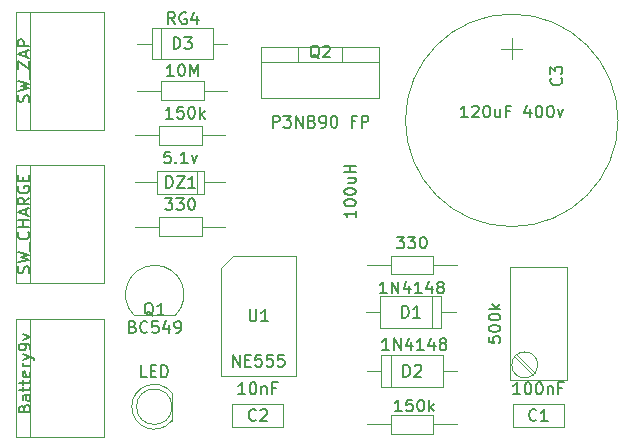
<source format=gbr>
%TF.GenerationSoftware,KiCad,Pcbnew,no-vcs-found-e2d3fce~60~ubuntu14.04.1*%
%TF.CreationDate,2017-09-23T20:08:22-03:00*%
%TF.ProjectId,RFIDZapper,524649445A61707065722E6B69636164,rev?*%
%TF.SameCoordinates,Original*%
%TF.FileFunction,Other,Fab,Top*%
%FSLAX46Y46*%
G04 Gerber Fmt 4.6, Leading zero omitted, Abs format (unit mm)*
G04 Created by KiCad (PCBNEW no-vcs-found-e2d3fce~60~ubuntu14.04.1) date Sat Sep 23 20:08:22 2017*
%MOMM*%
%LPD*%
G01*
G04 APERTURE LIST*
%ADD10C,0.100000*%
%ADD11C,0.150000*%
G04 APERTURE END LIST*
D10*
%TO.C,D3*%
X81404000Y-114956000D02*
X81404000Y-117656000D01*
X81404000Y-117656000D02*
X86604000Y-117656000D01*
X86604000Y-117656000D02*
X86604000Y-114956000D01*
X86604000Y-114956000D02*
X81404000Y-114956000D01*
X80194000Y-116306000D02*
X81404000Y-116306000D01*
X87814000Y-116306000D02*
X86604000Y-116306000D01*
X82184000Y-114956000D02*
X82184000Y-117656000D01*
%TO.C,Q1*%
X79910375Y-139309625D02*
G75*
G02X81664000Y-135076000I1753625J1753625D01*
G01*
X83417625Y-139309625D02*
G75*
G03X81664000Y-135076000I-1753625J1753625D01*
G01*
X79894000Y-139306000D02*
X83394000Y-139306000D01*
%TO.C,R8*%
X87814000Y-120306000D02*
X85804000Y-120306000D01*
X80194000Y-120306000D02*
X82204000Y-120306000D01*
X85804000Y-119506000D02*
X82204000Y-119506000D01*
X85804000Y-121106000D02*
X85804000Y-119506000D01*
X82204000Y-121106000D02*
X85804000Y-121106000D01*
X82204000Y-119506000D02*
X82204000Y-121106000D01*
%TO.C,R3*%
X107264000Y-148556000D02*
X105254000Y-148556000D01*
X99644000Y-148556000D02*
X101654000Y-148556000D01*
X105254000Y-147756000D02*
X101654000Y-147756000D01*
X105254000Y-149356000D02*
X105254000Y-147756000D01*
X101654000Y-149356000D02*
X105254000Y-149356000D01*
X101654000Y-147756000D02*
X101654000Y-149356000D01*
%TO.C,Q2*%
X97534000Y-116556000D02*
X97534000Y-117826000D01*
X93834000Y-116556000D02*
X93834000Y-117826000D01*
X90684000Y-117826000D02*
X100684000Y-117826000D01*
X100684000Y-116556000D02*
X90684000Y-116556000D01*
X100684000Y-120956000D02*
X100684000Y-116556000D01*
X90684000Y-120956000D02*
X100684000Y-120956000D01*
X90684000Y-116556000D02*
X90684000Y-120956000D01*
%TO.C,BT1*%
X77394000Y-149596000D02*
X77394000Y-139596000D01*
X69894000Y-149596000D02*
X77394000Y-149596000D01*
X69894000Y-139596000D02*
X69894000Y-149596000D01*
X77394000Y-139596000D02*
X69894000Y-139596000D01*
X71094000Y-139646000D02*
X71094000Y-149546000D01*
%TO.C,C1*%
X111994000Y-148756000D02*
X116294000Y-148756000D01*
X111994000Y-146856000D02*
X111994000Y-148756000D01*
X116294000Y-146856000D02*
X111994000Y-146856000D01*
X116294000Y-148756000D02*
X116294000Y-146856000D01*
%TO.C,C2*%
X92544000Y-148756000D02*
X92544000Y-146856000D01*
X92544000Y-146856000D02*
X88244000Y-146856000D01*
X88244000Y-146856000D02*
X88244000Y-148756000D01*
X88244000Y-148756000D02*
X92544000Y-148756000D01*
%TO.C,C3*%
X112794000Y-116756000D02*
X110994000Y-116756000D01*
X111894000Y-115856000D02*
X111894000Y-117656000D01*
X120894000Y-122806000D02*
G75*
G03X120894000Y-122806000I-9000000J0D01*
G01*
%TO.C,DL1*%
X83124000Y-148222190D02*
X83124000Y-145889810D01*
X83124000Y-147056000D02*
G75*
G03X83124000Y-147056000I-1500000J0D01*
G01*
X83124555Y-145890524D02*
G75*
G03X83124000Y-148222190I-1500555J-1165476D01*
G01*
%TO.C,R1*%
X107264000Y-135056000D02*
X105254000Y-135056000D01*
X99644000Y-135056000D02*
X101654000Y-135056000D01*
X105254000Y-134256000D02*
X101654000Y-134256000D01*
X105254000Y-135856000D02*
X105254000Y-134256000D01*
X101654000Y-135856000D02*
X105254000Y-135856000D01*
X101654000Y-134256000D02*
X101654000Y-135856000D01*
%TO.C,R2*%
X113824000Y-144208000D02*
X112297000Y-142681000D01*
X113690000Y-144342000D02*
X112163000Y-142815000D01*
X116554000Y-144781000D02*
X116554000Y-135251000D01*
X111724000Y-144781000D02*
X116554000Y-144781000D01*
X111724000Y-135251000D02*
X111724000Y-144781000D01*
X116554000Y-135251000D02*
X111724000Y-135251000D01*
X114089000Y-143511000D02*
G75*
G03X114089000Y-143511000I-1095000J0D01*
G01*
%TO.C,R6*%
X85634000Y-132606000D02*
X85634000Y-131006000D01*
X85634000Y-131006000D02*
X82034000Y-131006000D01*
X82034000Y-131006000D02*
X82034000Y-132606000D01*
X82034000Y-132606000D02*
X85634000Y-132606000D01*
X87644000Y-131806000D02*
X85634000Y-131806000D01*
X80024000Y-131806000D02*
X82034000Y-131806000D01*
%TO.C,R9*%
X80024000Y-124056000D02*
X82034000Y-124056000D01*
X87644000Y-124056000D02*
X85634000Y-124056000D01*
X82034000Y-124856000D02*
X85634000Y-124856000D01*
X82034000Y-123256000D02*
X82034000Y-124856000D01*
X85634000Y-123256000D02*
X82034000Y-123256000D01*
X85634000Y-124856000D02*
X85634000Y-123256000D01*
%TO.C,SW_SPST1*%
X71094000Y-126646000D02*
X71094000Y-136546000D01*
X77394000Y-126596000D02*
X69894000Y-126596000D01*
X69894000Y-126596000D02*
X69894000Y-136596000D01*
X69894000Y-136596000D02*
X77394000Y-136596000D01*
X77394000Y-136596000D02*
X77394000Y-126596000D01*
%TO.C,SW_SPST3*%
X77394000Y-123596000D02*
X77394000Y-113596000D01*
X69894000Y-123596000D02*
X77394000Y-123596000D01*
X69894000Y-113596000D02*
X69894000Y-123596000D01*
X77394000Y-113596000D02*
X69894000Y-113596000D01*
X71094000Y-113646000D02*
X71094000Y-123546000D01*
%TO.C,U1*%
X87279000Y-135286000D02*
X88279000Y-134286000D01*
X87279000Y-144446000D02*
X87279000Y-135286000D01*
X93629000Y-144446000D02*
X87279000Y-144446000D01*
X93629000Y-134286000D02*
X93629000Y-144446000D01*
X88279000Y-134286000D02*
X93629000Y-134286000D01*
%TO.C,D1*%
X105154000Y-140406000D02*
X105154000Y-137706000D01*
X99524000Y-139056000D02*
X100734000Y-139056000D01*
X107144000Y-139056000D02*
X105934000Y-139056000D01*
X100734000Y-140406000D02*
X105934000Y-140406000D01*
X100734000Y-137706000D02*
X100734000Y-140406000D01*
X105934000Y-137706000D02*
X100734000Y-137706000D01*
X105934000Y-140406000D02*
X105934000Y-137706000D01*
%TO.C,D2*%
X101634000Y-142706000D02*
X101634000Y-145406000D01*
X107264000Y-144056000D02*
X106054000Y-144056000D01*
X99644000Y-144056000D02*
X100854000Y-144056000D01*
X106054000Y-142706000D02*
X100854000Y-142706000D01*
X106054000Y-145406000D02*
X106054000Y-142706000D01*
X100854000Y-145406000D02*
X106054000Y-145406000D01*
X100854000Y-142706000D02*
X100854000Y-145406000D01*
%TO.C,DZ1*%
X85234000Y-129056000D02*
X85234000Y-127056000D01*
X80024000Y-128056000D02*
X81834000Y-128056000D01*
X87644000Y-128056000D02*
X85834000Y-128056000D01*
X81834000Y-129056000D02*
X85834000Y-129056000D01*
X81834000Y-127056000D02*
X81834000Y-129056000D01*
X85834000Y-127056000D02*
X81834000Y-127056000D01*
X85834000Y-129056000D02*
X85834000Y-127056000D01*
%TD*%
%TO.C,D3*%
D11*
X83377333Y-114658380D02*
X83044000Y-114182190D01*
X82805904Y-114658380D02*
X82805904Y-113658380D01*
X83186857Y-113658380D01*
X83282095Y-113706000D01*
X83329714Y-113753619D01*
X83377333Y-113848857D01*
X83377333Y-113991714D01*
X83329714Y-114086952D01*
X83282095Y-114134571D01*
X83186857Y-114182190D01*
X82805904Y-114182190D01*
X84329714Y-113706000D02*
X84234476Y-113658380D01*
X84091619Y-113658380D01*
X83948761Y-113706000D01*
X83853523Y-113801238D01*
X83805904Y-113896476D01*
X83758285Y-114086952D01*
X83758285Y-114229809D01*
X83805904Y-114420285D01*
X83853523Y-114515523D01*
X83948761Y-114610761D01*
X84091619Y-114658380D01*
X84186857Y-114658380D01*
X84329714Y-114610761D01*
X84377333Y-114563142D01*
X84377333Y-114229809D01*
X84186857Y-114229809D01*
X85234476Y-113991714D02*
X85234476Y-114658380D01*
X84996380Y-113610761D02*
X84758285Y-114325047D01*
X85377333Y-114325047D01*
X83265904Y-116758380D02*
X83265904Y-115758380D01*
X83504000Y-115758380D01*
X83646857Y-115806000D01*
X83742095Y-115901238D01*
X83789714Y-115996476D01*
X83837333Y-116186952D01*
X83837333Y-116329809D01*
X83789714Y-116520285D01*
X83742095Y-116615523D01*
X83646857Y-116710761D01*
X83504000Y-116758380D01*
X83265904Y-116758380D01*
X84170666Y-115758380D02*
X84789714Y-115758380D01*
X84456380Y-116139333D01*
X84599238Y-116139333D01*
X84694476Y-116186952D01*
X84742095Y-116234571D01*
X84789714Y-116329809D01*
X84789714Y-116567904D01*
X84742095Y-116663142D01*
X84694476Y-116710761D01*
X84599238Y-116758380D01*
X84313523Y-116758380D01*
X84218285Y-116710761D01*
X84170666Y-116663142D01*
%TO.C,Q1*%
X79806857Y-140274571D02*
X79949714Y-140322190D01*
X79997333Y-140369809D01*
X80044952Y-140465047D01*
X80044952Y-140607904D01*
X79997333Y-140703142D01*
X79949714Y-140750761D01*
X79854476Y-140798380D01*
X79473523Y-140798380D01*
X79473523Y-139798380D01*
X79806857Y-139798380D01*
X79902095Y-139846000D01*
X79949714Y-139893619D01*
X79997333Y-139988857D01*
X79997333Y-140084095D01*
X79949714Y-140179333D01*
X79902095Y-140226952D01*
X79806857Y-140274571D01*
X79473523Y-140274571D01*
X81044952Y-140703142D02*
X80997333Y-140750761D01*
X80854476Y-140798380D01*
X80759238Y-140798380D01*
X80616380Y-140750761D01*
X80521142Y-140655523D01*
X80473523Y-140560285D01*
X80425904Y-140369809D01*
X80425904Y-140226952D01*
X80473523Y-140036476D01*
X80521142Y-139941238D01*
X80616380Y-139846000D01*
X80759238Y-139798380D01*
X80854476Y-139798380D01*
X80997333Y-139846000D01*
X81044952Y-139893619D01*
X81949714Y-139798380D02*
X81473523Y-139798380D01*
X81425904Y-140274571D01*
X81473523Y-140226952D01*
X81568761Y-140179333D01*
X81806857Y-140179333D01*
X81902095Y-140226952D01*
X81949714Y-140274571D01*
X81997333Y-140369809D01*
X81997333Y-140607904D01*
X81949714Y-140703142D01*
X81902095Y-140750761D01*
X81806857Y-140798380D01*
X81568761Y-140798380D01*
X81473523Y-140750761D01*
X81425904Y-140703142D01*
X82854476Y-140131714D02*
X82854476Y-140798380D01*
X82616380Y-139750761D02*
X82378285Y-140465047D01*
X82997333Y-140465047D01*
X83425904Y-140798380D02*
X83616380Y-140798380D01*
X83711619Y-140750761D01*
X83759238Y-140703142D01*
X83854476Y-140560285D01*
X83902095Y-140369809D01*
X83902095Y-139988857D01*
X83854476Y-139893619D01*
X83806857Y-139846000D01*
X83711619Y-139798380D01*
X83521142Y-139798380D01*
X83425904Y-139846000D01*
X83378285Y-139893619D01*
X83330666Y-139988857D01*
X83330666Y-140226952D01*
X83378285Y-140322190D01*
X83425904Y-140369809D01*
X83521142Y-140417428D01*
X83711619Y-140417428D01*
X83806857Y-140369809D01*
X83854476Y-140322190D01*
X83902095Y-140226952D01*
X81548761Y-139353619D02*
X81453523Y-139306000D01*
X81358285Y-139210761D01*
X81215428Y-139067904D01*
X81120190Y-139020285D01*
X81024952Y-139020285D01*
X81072571Y-139258380D02*
X80977333Y-139210761D01*
X80882095Y-139115523D01*
X80834476Y-138925047D01*
X80834476Y-138591714D01*
X80882095Y-138401238D01*
X80977333Y-138306000D01*
X81072571Y-138258380D01*
X81263047Y-138258380D01*
X81358285Y-138306000D01*
X81453523Y-138401238D01*
X81501142Y-138591714D01*
X81501142Y-138925047D01*
X81453523Y-139115523D01*
X81358285Y-139210761D01*
X81263047Y-139258380D01*
X81072571Y-139258380D01*
X82453523Y-139258380D02*
X81882095Y-139258380D01*
X82167809Y-139258380D02*
X82167809Y-138258380D01*
X82072571Y-138401238D01*
X81977333Y-138496476D01*
X81882095Y-138544095D01*
%TO.C,R8*%
X83282095Y-119058380D02*
X82710666Y-119058380D01*
X82996380Y-119058380D02*
X82996380Y-118058380D01*
X82901142Y-118201238D01*
X82805904Y-118296476D01*
X82710666Y-118344095D01*
X83901142Y-118058380D02*
X83996380Y-118058380D01*
X84091619Y-118106000D01*
X84139238Y-118153619D01*
X84186857Y-118248857D01*
X84234476Y-118439333D01*
X84234476Y-118677428D01*
X84186857Y-118867904D01*
X84139238Y-118963142D01*
X84091619Y-119010761D01*
X83996380Y-119058380D01*
X83901142Y-119058380D01*
X83805904Y-119010761D01*
X83758285Y-118963142D01*
X83710666Y-118867904D01*
X83663047Y-118677428D01*
X83663047Y-118439333D01*
X83710666Y-118248857D01*
X83758285Y-118153619D01*
X83805904Y-118106000D01*
X83901142Y-118058380D01*
X84663047Y-119058380D02*
X84663047Y-118058380D01*
X84996380Y-118772666D01*
X85329714Y-118058380D01*
X85329714Y-119058380D01*
%TO.C,R3*%
X102572571Y-147458380D02*
X102001142Y-147458380D01*
X102286857Y-147458380D02*
X102286857Y-146458380D01*
X102191619Y-146601238D01*
X102096380Y-146696476D01*
X102001142Y-146744095D01*
X103477333Y-146458380D02*
X103001142Y-146458380D01*
X102953523Y-146934571D01*
X103001142Y-146886952D01*
X103096380Y-146839333D01*
X103334476Y-146839333D01*
X103429714Y-146886952D01*
X103477333Y-146934571D01*
X103524952Y-147029809D01*
X103524952Y-147267904D01*
X103477333Y-147363142D01*
X103429714Y-147410761D01*
X103334476Y-147458380D01*
X103096380Y-147458380D01*
X103001142Y-147410761D01*
X102953523Y-147363142D01*
X104144000Y-146458380D02*
X104239238Y-146458380D01*
X104334476Y-146506000D01*
X104382095Y-146553619D01*
X104429714Y-146648857D01*
X104477333Y-146839333D01*
X104477333Y-147077428D01*
X104429714Y-147267904D01*
X104382095Y-147363142D01*
X104334476Y-147410761D01*
X104239238Y-147458380D01*
X104144000Y-147458380D01*
X104048761Y-147410761D01*
X104001142Y-147363142D01*
X103953523Y-147267904D01*
X103905904Y-147077428D01*
X103905904Y-146839333D01*
X103953523Y-146648857D01*
X104001142Y-146553619D01*
X104048761Y-146506000D01*
X104144000Y-146458380D01*
X104905904Y-147458380D02*
X104905904Y-146458380D01*
X105001142Y-147077428D02*
X105286857Y-147458380D01*
X105286857Y-146791714D02*
X104905904Y-147172666D01*
%TO.C,Q2*%
X91660190Y-123428380D02*
X91660190Y-122428380D01*
X92041142Y-122428380D01*
X92136380Y-122476000D01*
X92184000Y-122523619D01*
X92231619Y-122618857D01*
X92231619Y-122761714D01*
X92184000Y-122856952D01*
X92136380Y-122904571D01*
X92041142Y-122952190D01*
X91660190Y-122952190D01*
X92564952Y-122428380D02*
X93184000Y-122428380D01*
X92850666Y-122809333D01*
X92993523Y-122809333D01*
X93088761Y-122856952D01*
X93136380Y-122904571D01*
X93184000Y-122999809D01*
X93184000Y-123237904D01*
X93136380Y-123333142D01*
X93088761Y-123380761D01*
X92993523Y-123428380D01*
X92707809Y-123428380D01*
X92612571Y-123380761D01*
X92564952Y-123333142D01*
X93612571Y-123428380D02*
X93612571Y-122428380D01*
X94184000Y-123428380D01*
X94184000Y-122428380D01*
X94993523Y-122904571D02*
X95136380Y-122952190D01*
X95184000Y-122999809D01*
X95231619Y-123095047D01*
X95231619Y-123237904D01*
X95184000Y-123333142D01*
X95136380Y-123380761D01*
X95041142Y-123428380D01*
X94660190Y-123428380D01*
X94660190Y-122428380D01*
X94993523Y-122428380D01*
X95088761Y-122476000D01*
X95136380Y-122523619D01*
X95184000Y-122618857D01*
X95184000Y-122714095D01*
X95136380Y-122809333D01*
X95088761Y-122856952D01*
X94993523Y-122904571D01*
X94660190Y-122904571D01*
X95707809Y-123428380D02*
X95898285Y-123428380D01*
X95993523Y-123380761D01*
X96041142Y-123333142D01*
X96136380Y-123190285D01*
X96184000Y-122999809D01*
X96184000Y-122618857D01*
X96136380Y-122523619D01*
X96088761Y-122476000D01*
X95993523Y-122428380D01*
X95803047Y-122428380D01*
X95707809Y-122476000D01*
X95660190Y-122523619D01*
X95612571Y-122618857D01*
X95612571Y-122856952D01*
X95660190Y-122952190D01*
X95707809Y-122999809D01*
X95803047Y-123047428D01*
X95993523Y-123047428D01*
X96088761Y-122999809D01*
X96136380Y-122952190D01*
X96184000Y-122856952D01*
X96803047Y-122428380D02*
X96898285Y-122428380D01*
X96993523Y-122476000D01*
X97041142Y-122523619D01*
X97088761Y-122618857D01*
X97136380Y-122809333D01*
X97136380Y-123047428D01*
X97088761Y-123237904D01*
X97041142Y-123333142D01*
X96993523Y-123380761D01*
X96898285Y-123428380D01*
X96803047Y-123428380D01*
X96707809Y-123380761D01*
X96660190Y-123333142D01*
X96612571Y-123237904D01*
X96564952Y-123047428D01*
X96564952Y-122809333D01*
X96612571Y-122618857D01*
X96660190Y-122523619D01*
X96707809Y-122476000D01*
X96803047Y-122428380D01*
X98660190Y-122904571D02*
X98326857Y-122904571D01*
X98326857Y-123428380D02*
X98326857Y-122428380D01*
X98803047Y-122428380D01*
X99184000Y-123428380D02*
X99184000Y-122428380D01*
X99564952Y-122428380D01*
X99660190Y-122476000D01*
X99707809Y-122523619D01*
X99755428Y-122618857D01*
X99755428Y-122761714D01*
X99707809Y-122856952D01*
X99660190Y-122904571D01*
X99564952Y-122952190D01*
X99184000Y-122952190D01*
X95588761Y-117571619D02*
X95493523Y-117524000D01*
X95398285Y-117428761D01*
X95255428Y-117285904D01*
X95160190Y-117238285D01*
X95064952Y-117238285D01*
X95112571Y-117476380D02*
X95017333Y-117428761D01*
X94922095Y-117333523D01*
X94874476Y-117143047D01*
X94874476Y-116809714D01*
X94922095Y-116619238D01*
X95017333Y-116524000D01*
X95112571Y-116476380D01*
X95303047Y-116476380D01*
X95398285Y-116524000D01*
X95493523Y-116619238D01*
X95541142Y-116809714D01*
X95541142Y-117143047D01*
X95493523Y-117333523D01*
X95398285Y-117428761D01*
X95303047Y-117476380D01*
X95112571Y-117476380D01*
X95922095Y-116571619D02*
X95969714Y-116524000D01*
X96064952Y-116476380D01*
X96303047Y-116476380D01*
X96398285Y-116524000D01*
X96445904Y-116571619D01*
X96493523Y-116666857D01*
X96493523Y-116762095D01*
X96445904Y-116904952D01*
X95874476Y-117476380D01*
X96493523Y-117476380D01*
%TO.C,BT1*%
X70618071Y-147183570D02*
X70665690Y-147040713D01*
X70713309Y-146993094D01*
X70808547Y-146945475D01*
X70951404Y-146945475D01*
X71046642Y-146993094D01*
X71094261Y-147040713D01*
X71141880Y-147135951D01*
X71141880Y-147516903D01*
X70141880Y-147516903D01*
X70141880Y-147183570D01*
X70189500Y-147088332D01*
X70237119Y-147040713D01*
X70332357Y-146993094D01*
X70427595Y-146993094D01*
X70522833Y-147040713D01*
X70570452Y-147088332D01*
X70618071Y-147183570D01*
X70618071Y-147516903D01*
X71141880Y-146088332D02*
X70618071Y-146088332D01*
X70522833Y-146135951D01*
X70475214Y-146231189D01*
X70475214Y-146421665D01*
X70522833Y-146516903D01*
X71094261Y-146088332D02*
X71141880Y-146183570D01*
X71141880Y-146421665D01*
X71094261Y-146516903D01*
X70999023Y-146564522D01*
X70903785Y-146564522D01*
X70808547Y-146516903D01*
X70760928Y-146421665D01*
X70760928Y-146183570D01*
X70713309Y-146088332D01*
X70475214Y-145754999D02*
X70475214Y-145374046D01*
X70141880Y-145612141D02*
X70999023Y-145612141D01*
X71094261Y-145564522D01*
X71141880Y-145469284D01*
X71141880Y-145374046D01*
X70475214Y-145183570D02*
X70475214Y-144802618D01*
X70141880Y-145040713D02*
X70999023Y-145040713D01*
X71094261Y-144993094D01*
X71141880Y-144897856D01*
X71141880Y-144802618D01*
X71094261Y-144088332D02*
X71141880Y-144183570D01*
X71141880Y-144374046D01*
X71094261Y-144469284D01*
X70999023Y-144516903D01*
X70618071Y-144516903D01*
X70522833Y-144469284D01*
X70475214Y-144374046D01*
X70475214Y-144183570D01*
X70522833Y-144088332D01*
X70618071Y-144040713D01*
X70713309Y-144040713D01*
X70808547Y-144516903D01*
X71141880Y-143612141D02*
X70475214Y-143612141D01*
X70665690Y-143612141D02*
X70570452Y-143564522D01*
X70522833Y-143516903D01*
X70475214Y-143421665D01*
X70475214Y-143326427D01*
X70475214Y-143088332D02*
X71141880Y-142850237D01*
X70475214Y-142612141D02*
X71141880Y-142850237D01*
X71379976Y-142945475D01*
X71427595Y-142993094D01*
X71475214Y-143088332D01*
X71141880Y-142183570D02*
X71141880Y-141993094D01*
X71094261Y-141897856D01*
X71046642Y-141850237D01*
X70903785Y-141754999D01*
X70713309Y-141707379D01*
X70332357Y-141707379D01*
X70237119Y-141754999D01*
X70189500Y-141802618D01*
X70141880Y-141897856D01*
X70141880Y-142088332D01*
X70189500Y-142183570D01*
X70237119Y-142231189D01*
X70332357Y-142278808D01*
X70570452Y-142278808D01*
X70665690Y-142231189D01*
X70713309Y-142183570D01*
X70760928Y-142088332D01*
X70760928Y-141897856D01*
X70713309Y-141802618D01*
X70665690Y-141754999D01*
X70570452Y-141707379D01*
X70475214Y-141374046D02*
X71141880Y-141135951D01*
X70475214Y-140897856D01*
%TO.C,C1*%
X112596380Y-145998380D02*
X112024952Y-145998380D01*
X112310666Y-145998380D02*
X112310666Y-144998380D01*
X112215428Y-145141238D01*
X112120190Y-145236476D01*
X112024952Y-145284095D01*
X113215428Y-144998380D02*
X113310666Y-144998380D01*
X113405904Y-145046000D01*
X113453523Y-145093619D01*
X113501142Y-145188857D01*
X113548761Y-145379333D01*
X113548761Y-145617428D01*
X113501142Y-145807904D01*
X113453523Y-145903142D01*
X113405904Y-145950761D01*
X113310666Y-145998380D01*
X113215428Y-145998380D01*
X113120190Y-145950761D01*
X113072571Y-145903142D01*
X113024952Y-145807904D01*
X112977333Y-145617428D01*
X112977333Y-145379333D01*
X113024952Y-145188857D01*
X113072571Y-145093619D01*
X113120190Y-145046000D01*
X113215428Y-144998380D01*
X114167809Y-144998380D02*
X114263047Y-144998380D01*
X114358285Y-145046000D01*
X114405904Y-145093619D01*
X114453523Y-145188857D01*
X114501142Y-145379333D01*
X114501142Y-145617428D01*
X114453523Y-145807904D01*
X114405904Y-145903142D01*
X114358285Y-145950761D01*
X114263047Y-145998380D01*
X114167809Y-145998380D01*
X114072571Y-145950761D01*
X114024952Y-145903142D01*
X113977333Y-145807904D01*
X113929714Y-145617428D01*
X113929714Y-145379333D01*
X113977333Y-145188857D01*
X114024952Y-145093619D01*
X114072571Y-145046000D01*
X114167809Y-144998380D01*
X114929714Y-145331714D02*
X114929714Y-145998380D01*
X114929714Y-145426952D02*
X114977333Y-145379333D01*
X115072571Y-145331714D01*
X115215428Y-145331714D01*
X115310666Y-145379333D01*
X115358285Y-145474571D01*
X115358285Y-145998380D01*
X116167809Y-145474571D02*
X115834476Y-145474571D01*
X115834476Y-145998380D02*
X115834476Y-144998380D01*
X116310666Y-144998380D01*
X113977333Y-148163142D02*
X113929714Y-148210761D01*
X113786857Y-148258380D01*
X113691619Y-148258380D01*
X113548761Y-148210761D01*
X113453523Y-148115523D01*
X113405904Y-148020285D01*
X113358285Y-147829809D01*
X113358285Y-147686952D01*
X113405904Y-147496476D01*
X113453523Y-147401238D01*
X113548761Y-147306000D01*
X113691619Y-147258380D01*
X113786857Y-147258380D01*
X113929714Y-147306000D01*
X113977333Y-147353619D01*
X114929714Y-148258380D02*
X114358285Y-148258380D01*
X114644000Y-148258380D02*
X114644000Y-147258380D01*
X114548761Y-147401238D01*
X114453523Y-147496476D01*
X114358285Y-147544095D01*
%TO.C,C2*%
X89322571Y-145998380D02*
X88751142Y-145998380D01*
X89036857Y-145998380D02*
X89036857Y-144998380D01*
X88941619Y-145141238D01*
X88846380Y-145236476D01*
X88751142Y-145284095D01*
X89941619Y-144998380D02*
X90036857Y-144998380D01*
X90132095Y-145046000D01*
X90179714Y-145093619D01*
X90227333Y-145188857D01*
X90274952Y-145379333D01*
X90274952Y-145617428D01*
X90227333Y-145807904D01*
X90179714Y-145903142D01*
X90132095Y-145950761D01*
X90036857Y-145998380D01*
X89941619Y-145998380D01*
X89846380Y-145950761D01*
X89798761Y-145903142D01*
X89751142Y-145807904D01*
X89703523Y-145617428D01*
X89703523Y-145379333D01*
X89751142Y-145188857D01*
X89798761Y-145093619D01*
X89846380Y-145046000D01*
X89941619Y-144998380D01*
X90703523Y-145331714D02*
X90703523Y-145998380D01*
X90703523Y-145426952D02*
X90751142Y-145379333D01*
X90846380Y-145331714D01*
X90989238Y-145331714D01*
X91084476Y-145379333D01*
X91132095Y-145474571D01*
X91132095Y-145998380D01*
X91941619Y-145474571D02*
X91608285Y-145474571D01*
X91608285Y-145998380D02*
X91608285Y-144998380D01*
X92084476Y-144998380D01*
X90227333Y-148163142D02*
X90179714Y-148210761D01*
X90036857Y-148258380D01*
X89941619Y-148258380D01*
X89798761Y-148210761D01*
X89703523Y-148115523D01*
X89655904Y-148020285D01*
X89608285Y-147829809D01*
X89608285Y-147686952D01*
X89655904Y-147496476D01*
X89703523Y-147401238D01*
X89798761Y-147306000D01*
X89941619Y-147258380D01*
X90036857Y-147258380D01*
X90179714Y-147306000D01*
X90227333Y-147353619D01*
X90608285Y-147353619D02*
X90655904Y-147306000D01*
X90751142Y-147258380D01*
X90989238Y-147258380D01*
X91084476Y-147306000D01*
X91132095Y-147353619D01*
X91179714Y-147448857D01*
X91179714Y-147544095D01*
X91132095Y-147686952D01*
X90560666Y-148258380D01*
X91179714Y-148258380D01*
%TO.C,C3*%
X108155904Y-122556380D02*
X107584476Y-122556380D01*
X107870190Y-122556380D02*
X107870190Y-121556380D01*
X107774952Y-121699238D01*
X107679714Y-121794476D01*
X107584476Y-121842095D01*
X108536857Y-121651619D02*
X108584476Y-121604000D01*
X108679714Y-121556380D01*
X108917809Y-121556380D01*
X109013047Y-121604000D01*
X109060666Y-121651619D01*
X109108285Y-121746857D01*
X109108285Y-121842095D01*
X109060666Y-121984952D01*
X108489238Y-122556380D01*
X109108285Y-122556380D01*
X109727333Y-121556380D02*
X109822571Y-121556380D01*
X109917809Y-121604000D01*
X109965428Y-121651619D01*
X110013047Y-121746857D01*
X110060666Y-121937333D01*
X110060666Y-122175428D01*
X110013047Y-122365904D01*
X109965428Y-122461142D01*
X109917809Y-122508761D01*
X109822571Y-122556380D01*
X109727333Y-122556380D01*
X109632095Y-122508761D01*
X109584476Y-122461142D01*
X109536857Y-122365904D01*
X109489238Y-122175428D01*
X109489238Y-121937333D01*
X109536857Y-121746857D01*
X109584476Y-121651619D01*
X109632095Y-121604000D01*
X109727333Y-121556380D01*
X110917809Y-121889714D02*
X110917809Y-122556380D01*
X110489238Y-121889714D02*
X110489238Y-122413523D01*
X110536857Y-122508761D01*
X110632095Y-122556380D01*
X110774952Y-122556380D01*
X110870190Y-122508761D01*
X110917809Y-122461142D01*
X111727333Y-122032571D02*
X111394000Y-122032571D01*
X111394000Y-122556380D02*
X111394000Y-121556380D01*
X111870190Y-121556380D01*
X113441619Y-121889714D02*
X113441619Y-122556380D01*
X113203523Y-121508761D02*
X112965428Y-122223047D01*
X113584476Y-122223047D01*
X114155904Y-121556380D02*
X114251142Y-121556380D01*
X114346380Y-121604000D01*
X114394000Y-121651619D01*
X114441619Y-121746857D01*
X114489238Y-121937333D01*
X114489238Y-122175428D01*
X114441619Y-122365904D01*
X114394000Y-122461142D01*
X114346380Y-122508761D01*
X114251142Y-122556380D01*
X114155904Y-122556380D01*
X114060666Y-122508761D01*
X114013047Y-122461142D01*
X113965428Y-122365904D01*
X113917809Y-122175428D01*
X113917809Y-121937333D01*
X113965428Y-121746857D01*
X114013047Y-121651619D01*
X114060666Y-121604000D01*
X114155904Y-121556380D01*
X115108285Y-121556380D02*
X115203523Y-121556380D01*
X115298761Y-121604000D01*
X115346380Y-121651619D01*
X115394000Y-121746857D01*
X115441619Y-121937333D01*
X115441619Y-122175428D01*
X115394000Y-122365904D01*
X115346380Y-122461142D01*
X115298761Y-122508761D01*
X115203523Y-122556380D01*
X115108285Y-122556380D01*
X115013047Y-122508761D01*
X114965428Y-122461142D01*
X114917809Y-122365904D01*
X114870190Y-122175428D01*
X114870190Y-121937333D01*
X114917809Y-121746857D01*
X114965428Y-121651619D01*
X115013047Y-121604000D01*
X115108285Y-121556380D01*
X115774952Y-121889714D02*
X116013047Y-122556380D01*
X116251142Y-121889714D01*
X116061142Y-119222666D02*
X116108761Y-119270285D01*
X116156380Y-119413142D01*
X116156380Y-119508380D01*
X116108761Y-119651238D01*
X116013523Y-119746476D01*
X115918285Y-119794095D01*
X115727809Y-119841714D01*
X115584952Y-119841714D01*
X115394476Y-119794095D01*
X115299238Y-119746476D01*
X115204000Y-119651238D01*
X115156380Y-119508380D01*
X115156380Y-119413142D01*
X115204000Y-119270285D01*
X115251619Y-119222666D01*
X115156380Y-118889333D02*
X115156380Y-118270285D01*
X115537333Y-118603619D01*
X115537333Y-118460761D01*
X115584952Y-118365523D01*
X115632571Y-118317904D01*
X115727809Y-118270285D01*
X115965904Y-118270285D01*
X116061142Y-118317904D01*
X116108761Y-118365523D01*
X116156380Y-118460761D01*
X116156380Y-118746476D01*
X116108761Y-118841714D01*
X116061142Y-118889333D01*
%TO.C,DL1*%
X80981142Y-144548380D02*
X80504952Y-144548380D01*
X80504952Y-143548380D01*
X81314476Y-144024571D02*
X81647809Y-144024571D01*
X81790666Y-144548380D02*
X81314476Y-144548380D01*
X81314476Y-143548380D01*
X81790666Y-143548380D01*
X82219238Y-144548380D02*
X82219238Y-143548380D01*
X82457333Y-143548380D01*
X82600190Y-143596000D01*
X82695428Y-143691238D01*
X82743047Y-143786476D01*
X82790666Y-143976952D01*
X82790666Y-144119809D01*
X82743047Y-144310285D01*
X82695428Y-144405523D01*
X82600190Y-144500761D01*
X82457333Y-144548380D01*
X82219238Y-144548380D01*
%TO.C,L1*%
X98696380Y-130448857D02*
X98696380Y-131020285D01*
X98696380Y-130734571D02*
X97696380Y-130734571D01*
X97839238Y-130829809D01*
X97934476Y-130925047D01*
X97982095Y-131020285D01*
X97696380Y-129829809D02*
X97696380Y-129734571D01*
X97744000Y-129639333D01*
X97791619Y-129591714D01*
X97886857Y-129544095D01*
X98077333Y-129496476D01*
X98315428Y-129496476D01*
X98505904Y-129544095D01*
X98601142Y-129591714D01*
X98648761Y-129639333D01*
X98696380Y-129734571D01*
X98696380Y-129829809D01*
X98648761Y-129925047D01*
X98601142Y-129972666D01*
X98505904Y-130020285D01*
X98315428Y-130067904D01*
X98077333Y-130067904D01*
X97886857Y-130020285D01*
X97791619Y-129972666D01*
X97744000Y-129925047D01*
X97696380Y-129829809D01*
X97696380Y-128877428D02*
X97696380Y-128782190D01*
X97744000Y-128686952D01*
X97791619Y-128639333D01*
X97886857Y-128591714D01*
X98077333Y-128544095D01*
X98315428Y-128544095D01*
X98505904Y-128591714D01*
X98601142Y-128639333D01*
X98648761Y-128686952D01*
X98696380Y-128782190D01*
X98696380Y-128877428D01*
X98648761Y-128972666D01*
X98601142Y-129020285D01*
X98505904Y-129067904D01*
X98315428Y-129115523D01*
X98077333Y-129115523D01*
X97886857Y-129067904D01*
X97791619Y-129020285D01*
X97744000Y-128972666D01*
X97696380Y-128877428D01*
X98029714Y-127686952D02*
X98696380Y-127686952D01*
X98029714Y-128115523D02*
X98553523Y-128115523D01*
X98648761Y-128067904D01*
X98696380Y-127972666D01*
X98696380Y-127829809D01*
X98648761Y-127734571D01*
X98601142Y-127686952D01*
X98696380Y-127210761D02*
X97696380Y-127210761D01*
X98172571Y-127210761D02*
X98172571Y-126639333D01*
X98696380Y-126639333D02*
X97696380Y-126639333D01*
%TO.C,R1*%
X102158285Y-132658380D02*
X102777333Y-132658380D01*
X102444000Y-133039333D01*
X102586857Y-133039333D01*
X102682095Y-133086952D01*
X102729714Y-133134571D01*
X102777333Y-133229809D01*
X102777333Y-133467904D01*
X102729714Y-133563142D01*
X102682095Y-133610761D01*
X102586857Y-133658380D01*
X102301142Y-133658380D01*
X102205904Y-133610761D01*
X102158285Y-133563142D01*
X103110666Y-132658380D02*
X103729714Y-132658380D01*
X103396380Y-133039333D01*
X103539238Y-133039333D01*
X103634476Y-133086952D01*
X103682095Y-133134571D01*
X103729714Y-133229809D01*
X103729714Y-133467904D01*
X103682095Y-133563142D01*
X103634476Y-133610761D01*
X103539238Y-133658380D01*
X103253523Y-133658380D01*
X103158285Y-133610761D01*
X103110666Y-133563142D01*
X104348761Y-132658380D02*
X104444000Y-132658380D01*
X104539238Y-132706000D01*
X104586857Y-132753619D01*
X104634476Y-132848857D01*
X104682095Y-133039333D01*
X104682095Y-133277428D01*
X104634476Y-133467904D01*
X104586857Y-133563142D01*
X104539238Y-133610761D01*
X104444000Y-133658380D01*
X104348761Y-133658380D01*
X104253523Y-133610761D01*
X104205904Y-133563142D01*
X104158285Y-133467904D01*
X104110666Y-133277428D01*
X104110666Y-133039333D01*
X104158285Y-132848857D01*
X104205904Y-132753619D01*
X104253523Y-132706000D01*
X104348761Y-132658380D01*
%TO.C,R2*%
X109926380Y-141135047D02*
X109926380Y-141611238D01*
X110402571Y-141658857D01*
X110354952Y-141611238D01*
X110307333Y-141516000D01*
X110307333Y-141277904D01*
X110354952Y-141182666D01*
X110402571Y-141135047D01*
X110497809Y-141087428D01*
X110735904Y-141087428D01*
X110831142Y-141135047D01*
X110878761Y-141182666D01*
X110926380Y-141277904D01*
X110926380Y-141516000D01*
X110878761Y-141611238D01*
X110831142Y-141658857D01*
X109926380Y-140468380D02*
X109926380Y-140373142D01*
X109974000Y-140277904D01*
X110021619Y-140230285D01*
X110116857Y-140182666D01*
X110307333Y-140135047D01*
X110545428Y-140135047D01*
X110735904Y-140182666D01*
X110831142Y-140230285D01*
X110878761Y-140277904D01*
X110926380Y-140373142D01*
X110926380Y-140468380D01*
X110878761Y-140563619D01*
X110831142Y-140611238D01*
X110735904Y-140658857D01*
X110545428Y-140706476D01*
X110307333Y-140706476D01*
X110116857Y-140658857D01*
X110021619Y-140611238D01*
X109974000Y-140563619D01*
X109926380Y-140468380D01*
X109926380Y-139516000D02*
X109926380Y-139420761D01*
X109974000Y-139325523D01*
X110021619Y-139277904D01*
X110116857Y-139230285D01*
X110307333Y-139182666D01*
X110545428Y-139182666D01*
X110735904Y-139230285D01*
X110831142Y-139277904D01*
X110878761Y-139325523D01*
X110926380Y-139420761D01*
X110926380Y-139516000D01*
X110878761Y-139611238D01*
X110831142Y-139658857D01*
X110735904Y-139706476D01*
X110545428Y-139754095D01*
X110307333Y-139754095D01*
X110116857Y-139706476D01*
X110021619Y-139658857D01*
X109974000Y-139611238D01*
X109926380Y-139516000D01*
X110926380Y-138754095D02*
X109926380Y-138754095D01*
X110545428Y-138658857D02*
X110926380Y-138373142D01*
X110259714Y-138373142D02*
X110640666Y-138754095D01*
%TO.C,R6*%
X82548285Y-129398380D02*
X83167333Y-129398380D01*
X82834000Y-129779333D01*
X82976857Y-129779333D01*
X83072095Y-129826952D01*
X83119714Y-129874571D01*
X83167333Y-129969809D01*
X83167333Y-130207904D01*
X83119714Y-130303142D01*
X83072095Y-130350761D01*
X82976857Y-130398380D01*
X82691142Y-130398380D01*
X82595904Y-130350761D01*
X82548285Y-130303142D01*
X83500666Y-129398380D02*
X84119714Y-129398380D01*
X83786380Y-129779333D01*
X83929238Y-129779333D01*
X84024476Y-129826952D01*
X84072095Y-129874571D01*
X84119714Y-129969809D01*
X84119714Y-130207904D01*
X84072095Y-130303142D01*
X84024476Y-130350761D01*
X83929238Y-130398380D01*
X83643523Y-130398380D01*
X83548285Y-130350761D01*
X83500666Y-130303142D01*
X84738761Y-129398380D02*
X84834000Y-129398380D01*
X84929238Y-129446000D01*
X84976857Y-129493619D01*
X85024476Y-129588857D01*
X85072095Y-129779333D01*
X85072095Y-130017428D01*
X85024476Y-130207904D01*
X84976857Y-130303142D01*
X84929238Y-130350761D01*
X84834000Y-130398380D01*
X84738761Y-130398380D01*
X84643523Y-130350761D01*
X84595904Y-130303142D01*
X84548285Y-130207904D01*
X84500666Y-130017428D01*
X84500666Y-129779333D01*
X84548285Y-129588857D01*
X84595904Y-129493619D01*
X84643523Y-129446000D01*
X84738761Y-129398380D01*
%TO.C,R9*%
X83172571Y-122658380D02*
X82601142Y-122658380D01*
X82886857Y-122658380D02*
X82886857Y-121658380D01*
X82791619Y-121801238D01*
X82696380Y-121896476D01*
X82601142Y-121944095D01*
X84077333Y-121658380D02*
X83601142Y-121658380D01*
X83553523Y-122134571D01*
X83601142Y-122086952D01*
X83696380Y-122039333D01*
X83934476Y-122039333D01*
X84029714Y-122086952D01*
X84077333Y-122134571D01*
X84124952Y-122229809D01*
X84124952Y-122467904D01*
X84077333Y-122563142D01*
X84029714Y-122610761D01*
X83934476Y-122658380D01*
X83696380Y-122658380D01*
X83601142Y-122610761D01*
X83553523Y-122563142D01*
X84744000Y-121658380D02*
X84839238Y-121658380D01*
X84934476Y-121706000D01*
X84982095Y-121753619D01*
X85029714Y-121848857D01*
X85077333Y-122039333D01*
X85077333Y-122277428D01*
X85029714Y-122467904D01*
X84982095Y-122563142D01*
X84934476Y-122610761D01*
X84839238Y-122658380D01*
X84744000Y-122658380D01*
X84648761Y-122610761D01*
X84601142Y-122563142D01*
X84553523Y-122467904D01*
X84505904Y-122277428D01*
X84505904Y-122039333D01*
X84553523Y-121848857D01*
X84601142Y-121753619D01*
X84648761Y-121706000D01*
X84744000Y-121658380D01*
X85505904Y-122658380D02*
X85505904Y-121658380D01*
X85601142Y-122277428D02*
X85886857Y-122658380D01*
X85886857Y-121991714D02*
X85505904Y-122372666D01*
%TO.C,SW_SPST1*%
X71000761Y-135738857D02*
X71048380Y-135596000D01*
X71048380Y-135357904D01*
X71000761Y-135262666D01*
X70953142Y-135215047D01*
X70857904Y-135167428D01*
X70762666Y-135167428D01*
X70667428Y-135215047D01*
X70619809Y-135262666D01*
X70572190Y-135357904D01*
X70524571Y-135548380D01*
X70476952Y-135643619D01*
X70429333Y-135691238D01*
X70334095Y-135738857D01*
X70238857Y-135738857D01*
X70143619Y-135691238D01*
X70096000Y-135643619D01*
X70048380Y-135548380D01*
X70048380Y-135310285D01*
X70096000Y-135167428D01*
X70048380Y-134834095D02*
X71048380Y-134596000D01*
X70334095Y-134405523D01*
X71048380Y-134215047D01*
X70048380Y-133976952D01*
X71143619Y-133834095D02*
X71143619Y-133072190D01*
X70953142Y-132262666D02*
X71000761Y-132310285D01*
X71048380Y-132453142D01*
X71048380Y-132548380D01*
X71000761Y-132691238D01*
X70905523Y-132786476D01*
X70810285Y-132834095D01*
X70619809Y-132881714D01*
X70476952Y-132881714D01*
X70286476Y-132834095D01*
X70191238Y-132786476D01*
X70096000Y-132691238D01*
X70048380Y-132548380D01*
X70048380Y-132453142D01*
X70096000Y-132310285D01*
X70143619Y-132262666D01*
X71048380Y-131834095D02*
X70048380Y-131834095D01*
X70524571Y-131834095D02*
X70524571Y-131262666D01*
X71048380Y-131262666D02*
X70048380Y-131262666D01*
X70762666Y-130834095D02*
X70762666Y-130357904D01*
X71048380Y-130929333D02*
X70048380Y-130596000D01*
X71048380Y-130262666D01*
X71048380Y-129357904D02*
X70572190Y-129691238D01*
X71048380Y-129929333D02*
X70048380Y-129929333D01*
X70048380Y-129548380D01*
X70096000Y-129453142D01*
X70143619Y-129405523D01*
X70238857Y-129357904D01*
X70381714Y-129357904D01*
X70476952Y-129405523D01*
X70524571Y-129453142D01*
X70572190Y-129548380D01*
X70572190Y-129929333D01*
X70096000Y-128405523D02*
X70048380Y-128500761D01*
X70048380Y-128643619D01*
X70096000Y-128786476D01*
X70191238Y-128881714D01*
X70286476Y-128929333D01*
X70476952Y-128976952D01*
X70619809Y-128976952D01*
X70810285Y-128929333D01*
X70905523Y-128881714D01*
X71000761Y-128786476D01*
X71048380Y-128643619D01*
X71048380Y-128548380D01*
X71000761Y-128405523D01*
X70953142Y-128357904D01*
X70619809Y-128357904D01*
X70619809Y-128548380D01*
X70524571Y-127929333D02*
X70524571Y-127596000D01*
X71048380Y-127453142D02*
X71048380Y-127929333D01*
X70048380Y-127929333D01*
X70048380Y-127453142D01*
%TO.C,SW_SPST3*%
X71000761Y-121238857D02*
X71048380Y-121096000D01*
X71048380Y-120857904D01*
X71000761Y-120762666D01*
X70953142Y-120715047D01*
X70857904Y-120667428D01*
X70762666Y-120667428D01*
X70667428Y-120715047D01*
X70619809Y-120762666D01*
X70572190Y-120857904D01*
X70524571Y-121048380D01*
X70476952Y-121143619D01*
X70429333Y-121191238D01*
X70334095Y-121238857D01*
X70238857Y-121238857D01*
X70143619Y-121191238D01*
X70096000Y-121143619D01*
X70048380Y-121048380D01*
X70048380Y-120810285D01*
X70096000Y-120667428D01*
X70048380Y-120334095D02*
X71048380Y-120096000D01*
X70334095Y-119905523D01*
X71048380Y-119715047D01*
X70048380Y-119476952D01*
X71143619Y-119334095D02*
X71143619Y-118572190D01*
X70048380Y-118429333D02*
X70048380Y-117762666D01*
X71048380Y-118429333D01*
X71048380Y-117762666D01*
X70762666Y-117429333D02*
X70762666Y-116953142D01*
X71048380Y-117524571D02*
X70048380Y-117191238D01*
X71048380Y-116857904D01*
X71048380Y-116524571D02*
X70048380Y-116524571D01*
X70048380Y-116143619D01*
X70096000Y-116048380D01*
X70143619Y-116000761D01*
X70238857Y-115953142D01*
X70381714Y-115953142D01*
X70476952Y-116000761D01*
X70524571Y-116048380D01*
X70572190Y-116143619D01*
X70572190Y-116524571D01*
%TO.C,U1*%
X88277333Y-143658380D02*
X88277333Y-142658380D01*
X88848761Y-143658380D01*
X88848761Y-142658380D01*
X89324952Y-143134571D02*
X89658285Y-143134571D01*
X89801142Y-143658380D02*
X89324952Y-143658380D01*
X89324952Y-142658380D01*
X89801142Y-142658380D01*
X90705904Y-142658380D02*
X90229714Y-142658380D01*
X90182095Y-143134571D01*
X90229714Y-143086952D01*
X90324952Y-143039333D01*
X90563047Y-143039333D01*
X90658285Y-143086952D01*
X90705904Y-143134571D01*
X90753523Y-143229809D01*
X90753523Y-143467904D01*
X90705904Y-143563142D01*
X90658285Y-143610761D01*
X90563047Y-143658380D01*
X90324952Y-143658380D01*
X90229714Y-143610761D01*
X90182095Y-143563142D01*
X91658285Y-142658380D02*
X91182095Y-142658380D01*
X91134476Y-143134571D01*
X91182095Y-143086952D01*
X91277333Y-143039333D01*
X91515428Y-143039333D01*
X91610666Y-143086952D01*
X91658285Y-143134571D01*
X91705904Y-143229809D01*
X91705904Y-143467904D01*
X91658285Y-143563142D01*
X91610666Y-143610761D01*
X91515428Y-143658380D01*
X91277333Y-143658380D01*
X91182095Y-143610761D01*
X91134476Y-143563142D01*
X92610666Y-142658380D02*
X92134476Y-142658380D01*
X92086857Y-143134571D01*
X92134476Y-143086952D01*
X92229714Y-143039333D01*
X92467809Y-143039333D01*
X92563047Y-143086952D01*
X92610666Y-143134571D01*
X92658285Y-143229809D01*
X92658285Y-143467904D01*
X92610666Y-143563142D01*
X92563047Y-143610761D01*
X92467809Y-143658380D01*
X92229714Y-143658380D01*
X92134476Y-143610761D01*
X92086857Y-143563142D01*
X89692095Y-138818380D02*
X89692095Y-139627904D01*
X89739714Y-139723142D01*
X89787333Y-139770761D01*
X89882571Y-139818380D01*
X90073047Y-139818380D01*
X90168285Y-139770761D01*
X90215904Y-139723142D01*
X90263523Y-139627904D01*
X90263523Y-138818380D01*
X91263523Y-139818380D02*
X90692095Y-139818380D01*
X90977809Y-139818380D02*
X90977809Y-138818380D01*
X90882571Y-138961238D01*
X90787333Y-139056476D01*
X90692095Y-139104095D01*
%TO.C,D1*%
X101301142Y-137458380D02*
X100729714Y-137458380D01*
X101015428Y-137458380D02*
X101015428Y-136458380D01*
X100920190Y-136601238D01*
X100824952Y-136696476D01*
X100729714Y-136744095D01*
X101729714Y-137458380D02*
X101729714Y-136458380D01*
X102301142Y-137458380D01*
X102301142Y-136458380D01*
X103205904Y-136791714D02*
X103205904Y-137458380D01*
X102967809Y-136410761D02*
X102729714Y-137125047D01*
X103348761Y-137125047D01*
X104253523Y-137458380D02*
X103682095Y-137458380D01*
X103967809Y-137458380D02*
X103967809Y-136458380D01*
X103872571Y-136601238D01*
X103777333Y-136696476D01*
X103682095Y-136744095D01*
X105110666Y-136791714D02*
X105110666Y-137458380D01*
X104872571Y-136410761D02*
X104634476Y-137125047D01*
X105253523Y-137125047D01*
X105777333Y-136886952D02*
X105682095Y-136839333D01*
X105634476Y-136791714D01*
X105586857Y-136696476D01*
X105586857Y-136648857D01*
X105634476Y-136553619D01*
X105682095Y-136506000D01*
X105777333Y-136458380D01*
X105967809Y-136458380D01*
X106063047Y-136506000D01*
X106110666Y-136553619D01*
X106158285Y-136648857D01*
X106158285Y-136696476D01*
X106110666Y-136791714D01*
X106063047Y-136839333D01*
X105967809Y-136886952D01*
X105777333Y-136886952D01*
X105682095Y-136934571D01*
X105634476Y-136982190D01*
X105586857Y-137077428D01*
X105586857Y-137267904D01*
X105634476Y-137363142D01*
X105682095Y-137410761D01*
X105777333Y-137458380D01*
X105967809Y-137458380D01*
X106063047Y-137410761D01*
X106110666Y-137363142D01*
X106158285Y-137267904D01*
X106158285Y-137077428D01*
X106110666Y-136982190D01*
X106063047Y-136934571D01*
X105967809Y-136886952D01*
X102595904Y-139508380D02*
X102595904Y-138508380D01*
X102834000Y-138508380D01*
X102976857Y-138556000D01*
X103072095Y-138651238D01*
X103119714Y-138746476D01*
X103167333Y-138936952D01*
X103167333Y-139079809D01*
X103119714Y-139270285D01*
X103072095Y-139365523D01*
X102976857Y-139460761D01*
X102834000Y-139508380D01*
X102595904Y-139508380D01*
X104119714Y-139508380D02*
X103548285Y-139508380D01*
X103834000Y-139508380D02*
X103834000Y-138508380D01*
X103738761Y-138651238D01*
X103643523Y-138746476D01*
X103548285Y-138794095D01*
%TO.C,D2*%
X101501142Y-142258380D02*
X100929714Y-142258380D01*
X101215428Y-142258380D02*
X101215428Y-141258380D01*
X101120190Y-141401238D01*
X101024952Y-141496476D01*
X100929714Y-141544095D01*
X101929714Y-142258380D02*
X101929714Y-141258380D01*
X102501142Y-142258380D01*
X102501142Y-141258380D01*
X103405904Y-141591714D02*
X103405904Y-142258380D01*
X103167809Y-141210761D02*
X102929714Y-141925047D01*
X103548761Y-141925047D01*
X104453523Y-142258380D02*
X103882095Y-142258380D01*
X104167809Y-142258380D02*
X104167809Y-141258380D01*
X104072571Y-141401238D01*
X103977333Y-141496476D01*
X103882095Y-141544095D01*
X105310666Y-141591714D02*
X105310666Y-142258380D01*
X105072571Y-141210761D02*
X104834476Y-141925047D01*
X105453523Y-141925047D01*
X105977333Y-141686952D02*
X105882095Y-141639333D01*
X105834476Y-141591714D01*
X105786857Y-141496476D01*
X105786857Y-141448857D01*
X105834476Y-141353619D01*
X105882095Y-141306000D01*
X105977333Y-141258380D01*
X106167809Y-141258380D01*
X106263047Y-141306000D01*
X106310666Y-141353619D01*
X106358285Y-141448857D01*
X106358285Y-141496476D01*
X106310666Y-141591714D01*
X106263047Y-141639333D01*
X106167809Y-141686952D01*
X105977333Y-141686952D01*
X105882095Y-141734571D01*
X105834476Y-141782190D01*
X105786857Y-141877428D01*
X105786857Y-142067904D01*
X105834476Y-142163142D01*
X105882095Y-142210761D01*
X105977333Y-142258380D01*
X106167809Y-142258380D01*
X106263047Y-142210761D01*
X106310666Y-142163142D01*
X106358285Y-142067904D01*
X106358285Y-141877428D01*
X106310666Y-141782190D01*
X106263047Y-141734571D01*
X106167809Y-141686952D01*
X102715904Y-144508380D02*
X102715904Y-143508380D01*
X102954000Y-143508380D01*
X103096857Y-143556000D01*
X103192095Y-143651238D01*
X103239714Y-143746476D01*
X103287333Y-143936952D01*
X103287333Y-144079809D01*
X103239714Y-144270285D01*
X103192095Y-144365523D01*
X103096857Y-144460761D01*
X102954000Y-144508380D01*
X102715904Y-144508380D01*
X103668285Y-143603619D02*
X103715904Y-143556000D01*
X103811142Y-143508380D01*
X104049238Y-143508380D01*
X104144476Y-143556000D01*
X104192095Y-143603619D01*
X104239714Y-143698857D01*
X104239714Y-143794095D01*
X104192095Y-143936952D01*
X103620666Y-144508380D01*
X104239714Y-144508380D01*
%TO.C,DZ1*%
X82976857Y-125448380D02*
X82500666Y-125448380D01*
X82453047Y-125924571D01*
X82500666Y-125876952D01*
X82595904Y-125829333D01*
X82834000Y-125829333D01*
X82929238Y-125876952D01*
X82976857Y-125924571D01*
X83024476Y-126019809D01*
X83024476Y-126257904D01*
X82976857Y-126353142D01*
X82929238Y-126400761D01*
X82834000Y-126448380D01*
X82595904Y-126448380D01*
X82500666Y-126400761D01*
X82453047Y-126353142D01*
X83453047Y-126353142D02*
X83500666Y-126400761D01*
X83453047Y-126448380D01*
X83405428Y-126400761D01*
X83453047Y-126353142D01*
X83453047Y-126448380D01*
X84453047Y-126448380D02*
X83881619Y-126448380D01*
X84167333Y-126448380D02*
X84167333Y-125448380D01*
X84072095Y-125591238D01*
X83976857Y-125686476D01*
X83881619Y-125734095D01*
X84786380Y-125781714D02*
X85024476Y-126448380D01*
X85262571Y-125781714D01*
X82619714Y-128508380D02*
X82619714Y-127508380D01*
X82857809Y-127508380D01*
X83000666Y-127556000D01*
X83095904Y-127651238D01*
X83143523Y-127746476D01*
X83191142Y-127936952D01*
X83191142Y-128079809D01*
X83143523Y-128270285D01*
X83095904Y-128365523D01*
X83000666Y-128460761D01*
X82857809Y-128508380D01*
X82619714Y-128508380D01*
X83524476Y-127508380D02*
X84191142Y-127508380D01*
X83524476Y-128508380D01*
X84191142Y-128508380D01*
X85095904Y-128508380D02*
X84524476Y-128508380D01*
X84810190Y-128508380D02*
X84810190Y-127508380D01*
X84714952Y-127651238D01*
X84619714Y-127746476D01*
X84524476Y-127794095D01*
%TD*%
M02*

</source>
